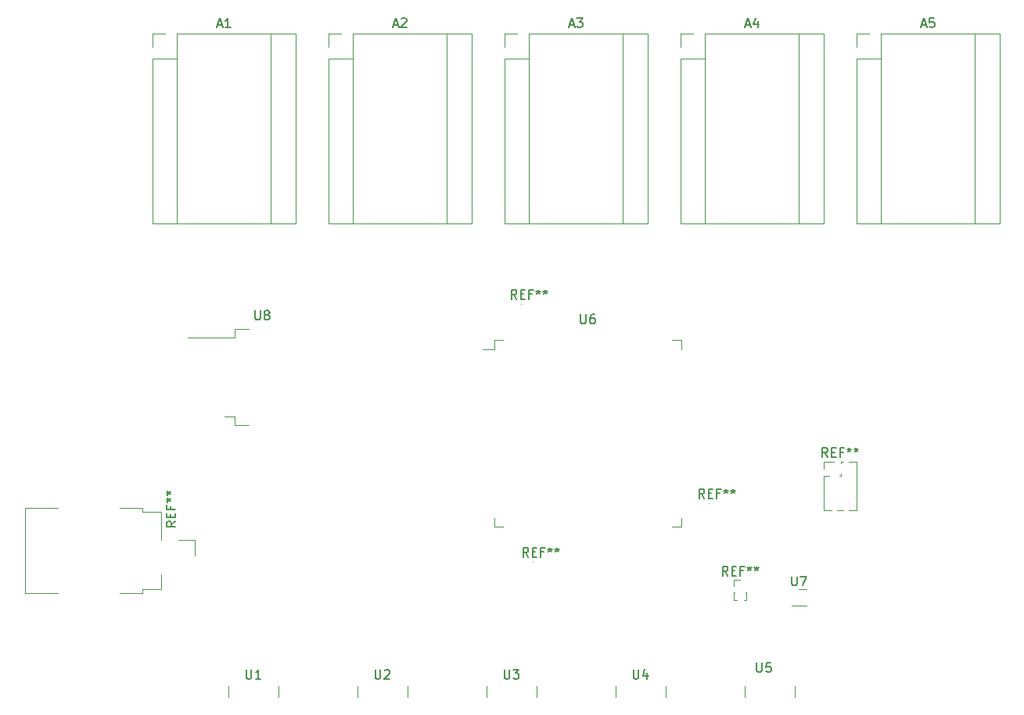
<source format=gbr>
%TF.GenerationSoftware,KiCad,Pcbnew,(5.1.9)-1*%
%TF.CreationDate,2021-10-09T18:12:39+01:00*%
%TF.ProjectId,btctestv0,62746374-6573-4747-9630-2e6b69636164,rev?*%
%TF.SameCoordinates,Original*%
%TF.FileFunction,Legend,Top*%
%TF.FilePolarity,Positive*%
%FSLAX46Y46*%
G04 Gerber Fmt 4.6, Leading zero omitted, Abs format (unit mm)*
G04 Created by KiCad (PCBNEW (5.1.9)-1) date 2021-10-09 18:12:39*
%MOMM*%
%LPD*%
G01*
G04 APERTURE LIST*
%ADD10C,0.120000*%
%ADD11C,0.100000*%
%ADD12C,0.150000*%
G04 APERTURE END LIST*
D10*
%TO.C,REF\u002A\u002A*%
X89970000Y-87150000D02*
X86420000Y-87150000D01*
X86420000Y-87150000D02*
X86420000Y-77950000D01*
X86420000Y-77950000D02*
X89970000Y-77950000D01*
X96670000Y-77950000D02*
X99120000Y-77950000D01*
X99120000Y-77950000D02*
X99120000Y-78350000D01*
X99120000Y-78350000D02*
X101120000Y-78350000D01*
X101120000Y-78350000D02*
X101120000Y-81350000D01*
X101120000Y-85150000D02*
X101120000Y-86750000D01*
X101120000Y-86750000D02*
X99120000Y-86750000D01*
X99120000Y-86750000D02*
X99120000Y-87150000D01*
X99120000Y-87150000D02*
X96670000Y-87150000D01*
X103020000Y-81360000D02*
X104760000Y-81360000D01*
X104760000Y-81360000D02*
X104760000Y-83100000D01*
X163135000Y-87920000D02*
X163435507Y-87920000D01*
X164224493Y-87920000D02*
X164525000Y-87920000D01*
X163135000Y-87045000D02*
X163135000Y-87920000D01*
X164525000Y-87045000D02*
X164525000Y-87920000D01*
X163135000Y-87045000D02*
X163221724Y-87045000D01*
X164438276Y-87045000D02*
X164525000Y-87045000D01*
X163135000Y-86360000D02*
X163135000Y-85675000D01*
X163135000Y-85675000D02*
X163830000Y-85675000D01*
X172860000Y-78165000D02*
X173682470Y-78165000D01*
X175567530Y-78165000D02*
X176390000Y-78165000D01*
X174297530Y-78165000D02*
X174952470Y-78165000D01*
X172860000Y-74420000D02*
X172860000Y-78165000D01*
X176390000Y-72965000D02*
X176390000Y-78165000D01*
X172860000Y-74420000D02*
X173426529Y-74420000D01*
X174553471Y-74420000D02*
X174696529Y-74420000D01*
X174750000Y-74366529D02*
X174750000Y-74223471D01*
X174750000Y-73096529D02*
X174750000Y-72965000D01*
X174750000Y-72965000D02*
X174952470Y-72965000D01*
X175567530Y-72965000D02*
X176390000Y-72965000D01*
X172860000Y-73660000D02*
X172860000Y-72900000D01*
X172860000Y-72900000D02*
X173990000Y-72900000D01*
D11*
X140160000Y-55880000D02*
G75*
G03*
X140160000Y-55880000I-50000J0D01*
G01*
X160480000Y-77470000D02*
G75*
G03*
X160480000Y-77470000I-50000J0D01*
G01*
X141430000Y-83820000D02*
G75*
G03*
X141430000Y-83820000I-50000J0D01*
G01*
D10*
%TO.C,U8*%
X109130000Y-67985000D02*
X108030000Y-67985000D01*
X109130000Y-68935000D02*
X109130000Y-67985000D01*
X110630000Y-68935000D02*
X109130000Y-68935000D01*
X109130000Y-59485000D02*
X104005000Y-59485000D01*
X109130000Y-58535000D02*
X109130000Y-59485000D01*
X110630000Y-58535000D02*
X109130000Y-58535000D01*
%TO.C,U7*%
X169380000Y-88540000D02*
X170980000Y-88540000D01*
X170180000Y-86720000D02*
X170980000Y-86720000D01*
%TO.C,U6*%
X137210000Y-60690000D02*
X135920000Y-60690000D01*
X137210000Y-59740000D02*
X137210000Y-60690000D01*
X138160000Y-59740000D02*
X137210000Y-59740000D01*
X157430000Y-59740000D02*
X157430000Y-60690000D01*
X156480000Y-59740000D02*
X157430000Y-59740000D01*
X137210000Y-79960000D02*
X137210000Y-79010000D01*
X138160000Y-79960000D02*
X137210000Y-79960000D01*
X157430000Y-79960000D02*
X157430000Y-79010000D01*
X156480000Y-79960000D02*
X157430000Y-79960000D01*
%TO.C,U5*%
X169730000Y-97210000D02*
X169730000Y-98450000D01*
X164280000Y-98450000D02*
X164280000Y-97210000D01*
%TO.C,U4*%
X155760000Y-97210000D02*
X155760000Y-98450000D01*
X150310000Y-98450000D02*
X150310000Y-97210000D01*
%TO.C,U3*%
X141790000Y-97210000D02*
X141790000Y-98450000D01*
X136340000Y-98450000D02*
X136340000Y-97210000D01*
%TO.C,U2*%
X127820000Y-97210000D02*
X127820000Y-98450000D01*
X122370000Y-98450000D02*
X122370000Y-97210000D01*
%TO.C,U1*%
X113850000Y-97210000D02*
X113850000Y-98450000D01*
X108400000Y-98450000D02*
X108400000Y-97210000D01*
%TO.C,A5*%
X191900000Y-26540000D02*
X179070000Y-26540000D01*
X191900000Y-47120000D02*
X191900000Y-26540000D01*
X176400000Y-47120000D02*
X191900000Y-47120000D01*
X176400000Y-29210000D02*
X176400000Y-47120000D01*
X179070000Y-29210000D02*
X176400000Y-29210000D01*
X179070000Y-26540000D02*
X179070000Y-29210000D01*
X176400000Y-26540000D02*
X176400000Y-27940000D01*
X177800000Y-26540000D02*
X176400000Y-26540000D01*
X179070000Y-29210000D02*
X179070000Y-47120000D01*
X189230000Y-26540000D02*
X189230000Y-47120000D01*
%TO.C,A4*%
X172850000Y-26540000D02*
X160020000Y-26540000D01*
X172850000Y-47120000D02*
X172850000Y-26540000D01*
X157350000Y-47120000D02*
X172850000Y-47120000D01*
X157350000Y-29210000D02*
X157350000Y-47120000D01*
X160020000Y-29210000D02*
X157350000Y-29210000D01*
X160020000Y-26540000D02*
X160020000Y-29210000D01*
X157350000Y-26540000D02*
X157350000Y-27940000D01*
X158750000Y-26540000D02*
X157350000Y-26540000D01*
X160020000Y-29210000D02*
X160020000Y-47120000D01*
X170180000Y-26540000D02*
X170180000Y-47120000D01*
%TO.C,A3*%
X153800000Y-26540000D02*
X140970000Y-26540000D01*
X153800000Y-47120000D02*
X153800000Y-26540000D01*
X138300000Y-47120000D02*
X153800000Y-47120000D01*
X138300000Y-29210000D02*
X138300000Y-47120000D01*
X140970000Y-29210000D02*
X138300000Y-29210000D01*
X140970000Y-26540000D02*
X140970000Y-29210000D01*
X138300000Y-26540000D02*
X138300000Y-27940000D01*
X139700000Y-26540000D02*
X138300000Y-26540000D01*
X140970000Y-29210000D02*
X140970000Y-47120000D01*
X151130000Y-26540000D02*
X151130000Y-47120000D01*
%TO.C,A2*%
X134750000Y-26540000D02*
X121920000Y-26540000D01*
X134750000Y-47120000D02*
X134750000Y-26540000D01*
X119250000Y-47120000D02*
X134750000Y-47120000D01*
X119250000Y-29210000D02*
X119250000Y-47120000D01*
X121920000Y-29210000D02*
X119250000Y-29210000D01*
X121920000Y-26540000D02*
X121920000Y-29210000D01*
X119250000Y-26540000D02*
X119250000Y-27940000D01*
X120650000Y-26540000D02*
X119250000Y-26540000D01*
X121920000Y-29210000D02*
X121920000Y-47120000D01*
X132080000Y-26540000D02*
X132080000Y-47120000D01*
%TO.C,A1*%
X115700000Y-26540000D02*
X102870000Y-26540000D01*
X115700000Y-47120000D02*
X115700000Y-26540000D01*
X100200000Y-47120000D02*
X115700000Y-47120000D01*
X100200000Y-29210000D02*
X100200000Y-47120000D01*
X102870000Y-29210000D02*
X100200000Y-29210000D01*
X102870000Y-26540000D02*
X102870000Y-29210000D01*
X100200000Y-26540000D02*
X100200000Y-27940000D01*
X101600000Y-26540000D02*
X100200000Y-26540000D01*
X102870000Y-29210000D02*
X102870000Y-47120000D01*
X113030000Y-26540000D02*
X113030000Y-47120000D01*
%TO.C,REF\u002A\u002A*%
D12*
X102722380Y-79383333D02*
X102246190Y-79716666D01*
X102722380Y-79954761D02*
X101722380Y-79954761D01*
X101722380Y-79573809D01*
X101770000Y-79478571D01*
X101817619Y-79430952D01*
X101912857Y-79383333D01*
X102055714Y-79383333D01*
X102150952Y-79430952D01*
X102198571Y-79478571D01*
X102246190Y-79573809D01*
X102246190Y-79954761D01*
X102198571Y-78954761D02*
X102198571Y-78621428D01*
X102722380Y-78478571D02*
X102722380Y-78954761D01*
X101722380Y-78954761D01*
X101722380Y-78478571D01*
X102198571Y-77716666D02*
X102198571Y-78050000D01*
X102722380Y-78050000D02*
X101722380Y-78050000D01*
X101722380Y-77573809D01*
X101722380Y-77050000D02*
X101960476Y-77050000D01*
X101865238Y-77288095D02*
X101960476Y-77050000D01*
X101865238Y-76811904D01*
X102150952Y-77192857D02*
X101960476Y-77050000D01*
X102150952Y-76907142D01*
X101722380Y-76288095D02*
X101960476Y-76288095D01*
X101865238Y-76526190D02*
X101960476Y-76288095D01*
X101865238Y-76050000D01*
X102150952Y-76430952D02*
X101960476Y-76288095D01*
X102150952Y-76145238D01*
X162496666Y-85252380D02*
X162163333Y-84776190D01*
X161925238Y-85252380D02*
X161925238Y-84252380D01*
X162306190Y-84252380D01*
X162401428Y-84300000D01*
X162449047Y-84347619D01*
X162496666Y-84442857D01*
X162496666Y-84585714D01*
X162449047Y-84680952D01*
X162401428Y-84728571D01*
X162306190Y-84776190D01*
X161925238Y-84776190D01*
X162925238Y-84728571D02*
X163258571Y-84728571D01*
X163401428Y-85252380D02*
X162925238Y-85252380D01*
X162925238Y-84252380D01*
X163401428Y-84252380D01*
X164163333Y-84728571D02*
X163830000Y-84728571D01*
X163830000Y-85252380D02*
X163830000Y-84252380D01*
X164306190Y-84252380D01*
X164830000Y-84252380D02*
X164830000Y-84490476D01*
X164591904Y-84395238D02*
X164830000Y-84490476D01*
X165068095Y-84395238D01*
X164687142Y-84680952D02*
X164830000Y-84490476D01*
X164972857Y-84680952D01*
X165591904Y-84252380D02*
X165591904Y-84490476D01*
X165353809Y-84395238D02*
X165591904Y-84490476D01*
X165830000Y-84395238D01*
X165449047Y-84680952D02*
X165591904Y-84490476D01*
X165734761Y-84680952D01*
X173291666Y-72417380D02*
X172958333Y-71941190D01*
X172720238Y-72417380D02*
X172720238Y-71417380D01*
X173101190Y-71417380D01*
X173196428Y-71465000D01*
X173244047Y-71512619D01*
X173291666Y-71607857D01*
X173291666Y-71750714D01*
X173244047Y-71845952D01*
X173196428Y-71893571D01*
X173101190Y-71941190D01*
X172720238Y-71941190D01*
X173720238Y-71893571D02*
X174053571Y-71893571D01*
X174196428Y-72417380D02*
X173720238Y-72417380D01*
X173720238Y-71417380D01*
X174196428Y-71417380D01*
X174958333Y-71893571D02*
X174625000Y-71893571D01*
X174625000Y-72417380D02*
X174625000Y-71417380D01*
X175101190Y-71417380D01*
X175625000Y-71417380D02*
X175625000Y-71655476D01*
X175386904Y-71560238D02*
X175625000Y-71655476D01*
X175863095Y-71560238D01*
X175482142Y-71845952D02*
X175625000Y-71655476D01*
X175767857Y-71845952D01*
X176386904Y-71417380D02*
X176386904Y-71655476D01*
X176148809Y-71560238D02*
X176386904Y-71655476D01*
X176625000Y-71560238D01*
X176244047Y-71845952D02*
X176386904Y-71655476D01*
X176529761Y-71845952D01*
X139636666Y-55282380D02*
X139303333Y-54806190D01*
X139065238Y-55282380D02*
X139065238Y-54282380D01*
X139446190Y-54282380D01*
X139541428Y-54330000D01*
X139589047Y-54377619D01*
X139636666Y-54472857D01*
X139636666Y-54615714D01*
X139589047Y-54710952D01*
X139541428Y-54758571D01*
X139446190Y-54806190D01*
X139065238Y-54806190D01*
X140065238Y-54758571D02*
X140398571Y-54758571D01*
X140541428Y-55282380D02*
X140065238Y-55282380D01*
X140065238Y-54282380D01*
X140541428Y-54282380D01*
X141303333Y-54758571D02*
X140970000Y-54758571D01*
X140970000Y-55282380D02*
X140970000Y-54282380D01*
X141446190Y-54282380D01*
X141970000Y-54282380D02*
X141970000Y-54520476D01*
X141731904Y-54425238D02*
X141970000Y-54520476D01*
X142208095Y-54425238D01*
X141827142Y-54710952D02*
X141970000Y-54520476D01*
X142112857Y-54710952D01*
X142731904Y-54282380D02*
X142731904Y-54520476D01*
X142493809Y-54425238D02*
X142731904Y-54520476D01*
X142970000Y-54425238D01*
X142589047Y-54710952D02*
X142731904Y-54520476D01*
X142874761Y-54710952D01*
X159956666Y-76872380D02*
X159623333Y-76396190D01*
X159385238Y-76872380D02*
X159385238Y-75872380D01*
X159766190Y-75872380D01*
X159861428Y-75920000D01*
X159909047Y-75967619D01*
X159956666Y-76062857D01*
X159956666Y-76205714D01*
X159909047Y-76300952D01*
X159861428Y-76348571D01*
X159766190Y-76396190D01*
X159385238Y-76396190D01*
X160385238Y-76348571D02*
X160718571Y-76348571D01*
X160861428Y-76872380D02*
X160385238Y-76872380D01*
X160385238Y-75872380D01*
X160861428Y-75872380D01*
X161623333Y-76348571D02*
X161290000Y-76348571D01*
X161290000Y-76872380D02*
X161290000Y-75872380D01*
X161766190Y-75872380D01*
X162290000Y-75872380D02*
X162290000Y-76110476D01*
X162051904Y-76015238D02*
X162290000Y-76110476D01*
X162528095Y-76015238D01*
X162147142Y-76300952D02*
X162290000Y-76110476D01*
X162432857Y-76300952D01*
X163051904Y-75872380D02*
X163051904Y-76110476D01*
X162813809Y-76015238D02*
X163051904Y-76110476D01*
X163290000Y-76015238D01*
X162909047Y-76300952D02*
X163051904Y-76110476D01*
X163194761Y-76300952D01*
X140906666Y-83222380D02*
X140573333Y-82746190D01*
X140335238Y-83222380D02*
X140335238Y-82222380D01*
X140716190Y-82222380D01*
X140811428Y-82270000D01*
X140859047Y-82317619D01*
X140906666Y-82412857D01*
X140906666Y-82555714D01*
X140859047Y-82650952D01*
X140811428Y-82698571D01*
X140716190Y-82746190D01*
X140335238Y-82746190D01*
X141335238Y-82698571D02*
X141668571Y-82698571D01*
X141811428Y-83222380D02*
X141335238Y-83222380D01*
X141335238Y-82222380D01*
X141811428Y-82222380D01*
X142573333Y-82698571D02*
X142240000Y-82698571D01*
X142240000Y-83222380D02*
X142240000Y-82222380D01*
X142716190Y-82222380D01*
X143240000Y-82222380D02*
X143240000Y-82460476D01*
X143001904Y-82365238D02*
X143240000Y-82460476D01*
X143478095Y-82365238D01*
X143097142Y-82650952D02*
X143240000Y-82460476D01*
X143382857Y-82650952D01*
X144001904Y-82222380D02*
X144001904Y-82460476D01*
X143763809Y-82365238D02*
X144001904Y-82460476D01*
X144240000Y-82365238D01*
X143859047Y-82650952D02*
X144001904Y-82460476D01*
X144144761Y-82650952D01*
%TO.C,U8*%
X111318095Y-56537380D02*
X111318095Y-57346904D01*
X111365714Y-57442142D01*
X111413333Y-57489761D01*
X111508571Y-57537380D01*
X111699047Y-57537380D01*
X111794285Y-57489761D01*
X111841904Y-57442142D01*
X111889523Y-57346904D01*
X111889523Y-56537380D01*
X112508571Y-56965952D02*
X112413333Y-56918333D01*
X112365714Y-56870714D01*
X112318095Y-56775476D01*
X112318095Y-56727857D01*
X112365714Y-56632619D01*
X112413333Y-56585000D01*
X112508571Y-56537380D01*
X112699047Y-56537380D01*
X112794285Y-56585000D01*
X112841904Y-56632619D01*
X112889523Y-56727857D01*
X112889523Y-56775476D01*
X112841904Y-56870714D01*
X112794285Y-56918333D01*
X112699047Y-56965952D01*
X112508571Y-56965952D01*
X112413333Y-57013571D01*
X112365714Y-57061190D01*
X112318095Y-57156428D01*
X112318095Y-57346904D01*
X112365714Y-57442142D01*
X112413333Y-57489761D01*
X112508571Y-57537380D01*
X112699047Y-57537380D01*
X112794285Y-57489761D01*
X112841904Y-57442142D01*
X112889523Y-57346904D01*
X112889523Y-57156428D01*
X112841904Y-57061190D01*
X112794285Y-57013571D01*
X112699047Y-56965952D01*
%TO.C,U7*%
X169418095Y-85332380D02*
X169418095Y-86141904D01*
X169465714Y-86237142D01*
X169513333Y-86284761D01*
X169608571Y-86332380D01*
X169799047Y-86332380D01*
X169894285Y-86284761D01*
X169941904Y-86237142D01*
X169989523Y-86141904D01*
X169989523Y-85332380D01*
X170370476Y-85332380D02*
X171037142Y-85332380D01*
X170608571Y-86332380D01*
%TO.C,U6*%
X146558095Y-56952380D02*
X146558095Y-57761904D01*
X146605714Y-57857142D01*
X146653333Y-57904761D01*
X146748571Y-57952380D01*
X146939047Y-57952380D01*
X147034285Y-57904761D01*
X147081904Y-57857142D01*
X147129523Y-57761904D01*
X147129523Y-56952380D01*
X148034285Y-56952380D02*
X147843809Y-56952380D01*
X147748571Y-57000000D01*
X147700952Y-57047619D01*
X147605714Y-57190476D01*
X147558095Y-57380952D01*
X147558095Y-57761904D01*
X147605714Y-57857142D01*
X147653333Y-57904761D01*
X147748571Y-57952380D01*
X147939047Y-57952380D01*
X148034285Y-57904761D01*
X148081904Y-57857142D01*
X148129523Y-57761904D01*
X148129523Y-57523809D01*
X148081904Y-57428571D01*
X148034285Y-57380952D01*
X147939047Y-57333333D01*
X147748571Y-57333333D01*
X147653333Y-57380952D01*
X147605714Y-57428571D01*
X147558095Y-57523809D01*
%TO.C,U5*%
X165608095Y-94702380D02*
X165608095Y-95511904D01*
X165655714Y-95607142D01*
X165703333Y-95654761D01*
X165798571Y-95702380D01*
X165989047Y-95702380D01*
X166084285Y-95654761D01*
X166131904Y-95607142D01*
X166179523Y-95511904D01*
X166179523Y-94702380D01*
X167131904Y-94702380D02*
X166655714Y-94702380D01*
X166608095Y-95178571D01*
X166655714Y-95130952D01*
X166750952Y-95083333D01*
X166989047Y-95083333D01*
X167084285Y-95130952D01*
X167131904Y-95178571D01*
X167179523Y-95273809D01*
X167179523Y-95511904D01*
X167131904Y-95607142D01*
X167084285Y-95654761D01*
X166989047Y-95702380D01*
X166750952Y-95702380D01*
X166655714Y-95654761D01*
X166608095Y-95607142D01*
%TO.C,U4*%
X152273095Y-95442380D02*
X152273095Y-96251904D01*
X152320714Y-96347142D01*
X152368333Y-96394761D01*
X152463571Y-96442380D01*
X152654047Y-96442380D01*
X152749285Y-96394761D01*
X152796904Y-96347142D01*
X152844523Y-96251904D01*
X152844523Y-95442380D01*
X153749285Y-95775714D02*
X153749285Y-96442380D01*
X153511190Y-95394761D02*
X153273095Y-96109047D01*
X153892142Y-96109047D01*
%TO.C,U3*%
X138303095Y-95442380D02*
X138303095Y-96251904D01*
X138350714Y-96347142D01*
X138398333Y-96394761D01*
X138493571Y-96442380D01*
X138684047Y-96442380D01*
X138779285Y-96394761D01*
X138826904Y-96347142D01*
X138874523Y-96251904D01*
X138874523Y-95442380D01*
X139255476Y-95442380D02*
X139874523Y-95442380D01*
X139541190Y-95823333D01*
X139684047Y-95823333D01*
X139779285Y-95870952D01*
X139826904Y-95918571D01*
X139874523Y-96013809D01*
X139874523Y-96251904D01*
X139826904Y-96347142D01*
X139779285Y-96394761D01*
X139684047Y-96442380D01*
X139398333Y-96442380D01*
X139303095Y-96394761D01*
X139255476Y-96347142D01*
%TO.C,U2*%
X124333095Y-95442380D02*
X124333095Y-96251904D01*
X124380714Y-96347142D01*
X124428333Y-96394761D01*
X124523571Y-96442380D01*
X124714047Y-96442380D01*
X124809285Y-96394761D01*
X124856904Y-96347142D01*
X124904523Y-96251904D01*
X124904523Y-95442380D01*
X125333095Y-95537619D02*
X125380714Y-95490000D01*
X125475952Y-95442380D01*
X125714047Y-95442380D01*
X125809285Y-95490000D01*
X125856904Y-95537619D01*
X125904523Y-95632857D01*
X125904523Y-95728095D01*
X125856904Y-95870952D01*
X125285476Y-96442380D01*
X125904523Y-96442380D01*
%TO.C,U1*%
X110363095Y-95442380D02*
X110363095Y-96251904D01*
X110410714Y-96347142D01*
X110458333Y-96394761D01*
X110553571Y-96442380D01*
X110744047Y-96442380D01*
X110839285Y-96394761D01*
X110886904Y-96347142D01*
X110934523Y-96251904D01*
X110934523Y-95442380D01*
X111934523Y-96442380D02*
X111363095Y-96442380D01*
X111648809Y-96442380D02*
X111648809Y-95442380D01*
X111553571Y-95585238D01*
X111458333Y-95680476D01*
X111363095Y-95728095D01*
%TO.C,A5*%
X183435714Y-25566666D02*
X183911904Y-25566666D01*
X183340476Y-25852380D02*
X183673809Y-24852380D01*
X184007142Y-25852380D01*
X184816666Y-24852380D02*
X184340476Y-24852380D01*
X184292857Y-25328571D01*
X184340476Y-25280952D01*
X184435714Y-25233333D01*
X184673809Y-25233333D01*
X184769047Y-25280952D01*
X184816666Y-25328571D01*
X184864285Y-25423809D01*
X184864285Y-25661904D01*
X184816666Y-25757142D01*
X184769047Y-25804761D01*
X184673809Y-25852380D01*
X184435714Y-25852380D01*
X184340476Y-25804761D01*
X184292857Y-25757142D01*
%TO.C,A4*%
X164385714Y-25566666D02*
X164861904Y-25566666D01*
X164290476Y-25852380D02*
X164623809Y-24852380D01*
X164957142Y-25852380D01*
X165719047Y-25185714D02*
X165719047Y-25852380D01*
X165480952Y-24804761D02*
X165242857Y-25519047D01*
X165861904Y-25519047D01*
%TO.C,A3*%
X145335714Y-25566666D02*
X145811904Y-25566666D01*
X145240476Y-25852380D02*
X145573809Y-24852380D01*
X145907142Y-25852380D01*
X146145238Y-24852380D02*
X146764285Y-24852380D01*
X146430952Y-25233333D01*
X146573809Y-25233333D01*
X146669047Y-25280952D01*
X146716666Y-25328571D01*
X146764285Y-25423809D01*
X146764285Y-25661904D01*
X146716666Y-25757142D01*
X146669047Y-25804761D01*
X146573809Y-25852380D01*
X146288095Y-25852380D01*
X146192857Y-25804761D01*
X146145238Y-25757142D01*
%TO.C,A2*%
X126285714Y-25566666D02*
X126761904Y-25566666D01*
X126190476Y-25852380D02*
X126523809Y-24852380D01*
X126857142Y-25852380D01*
X127142857Y-24947619D02*
X127190476Y-24900000D01*
X127285714Y-24852380D01*
X127523809Y-24852380D01*
X127619047Y-24900000D01*
X127666666Y-24947619D01*
X127714285Y-25042857D01*
X127714285Y-25138095D01*
X127666666Y-25280952D01*
X127095238Y-25852380D01*
X127714285Y-25852380D01*
%TO.C,A1*%
X107235714Y-25566666D02*
X107711904Y-25566666D01*
X107140476Y-25852380D02*
X107473809Y-24852380D01*
X107807142Y-25852380D01*
X108664285Y-25852380D02*
X108092857Y-25852380D01*
X108378571Y-25852380D02*
X108378571Y-24852380D01*
X108283333Y-24995238D01*
X108188095Y-25090476D01*
X108092857Y-25138095D01*
%TD*%
M02*

</source>
